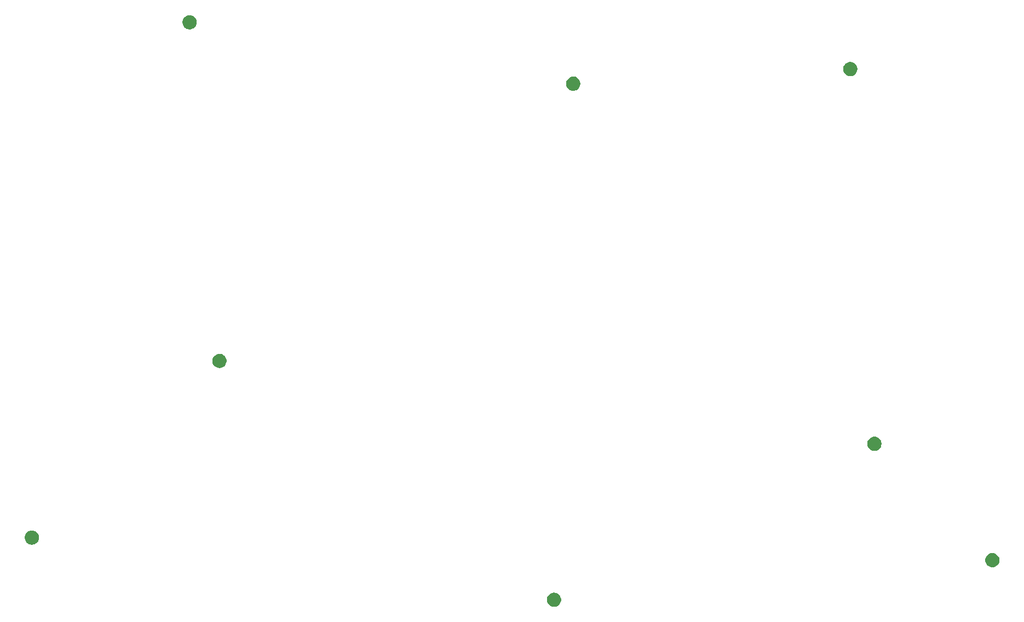
<source format=gts>
G04 #@! TF.GenerationSoftware,KiCad,Pcbnew,(5.1.5-0-10_14)*
G04 #@! TF.CreationDate,2020-05-14T05:50:10+09:00*
G04 #@! TF.ProjectId,L-key-v02-001,4c2d6b65-792d-4763-9032-2d3030312e6b,rev?*
G04 #@! TF.SameCoordinates,Original*
G04 #@! TF.FileFunction,Soldermask,Top*
G04 #@! TF.FilePolarity,Negative*
%FSLAX46Y46*%
G04 Gerber Fmt 4.6, Leading zero omitted, Abs format (unit mm)*
G04 Created by KiCad (PCBNEW (5.1.5-0-10_14)) date 2020-05-14 05:50:10*
%MOMM*%
%LPD*%
G04 APERTURE LIST*
%ADD10C,0.100000*%
G04 APERTURE END LIST*
D10*
G36*
X140264795Y-142600156D02*
G01*
X140371150Y-142621311D01*
X140571520Y-142704307D01*
X140751844Y-142824795D01*
X140905205Y-142978156D01*
X141025693Y-143158480D01*
X141108689Y-143358851D01*
X141151000Y-143571560D01*
X141151000Y-143788440D01*
X141108689Y-144001149D01*
X141025693Y-144201520D01*
X140905205Y-144381844D01*
X140751844Y-144535205D01*
X140571520Y-144655693D01*
X140471334Y-144697191D01*
X140371150Y-144738689D01*
X140264794Y-144759845D01*
X140158440Y-144781000D01*
X139941560Y-144781000D01*
X139835206Y-144759845D01*
X139728850Y-144738689D01*
X139628666Y-144697191D01*
X139528480Y-144655693D01*
X139348156Y-144535205D01*
X139194795Y-144381844D01*
X139074307Y-144201520D01*
X138991311Y-144001149D01*
X138949000Y-143788440D01*
X138949000Y-143571560D01*
X138991311Y-143358851D01*
X139074307Y-143158480D01*
X139194795Y-142978156D01*
X139348156Y-142824795D01*
X139528480Y-142704307D01*
X139728850Y-142621311D01*
X139835205Y-142600156D01*
X139941560Y-142579000D01*
X140158440Y-142579000D01*
X140264795Y-142600156D01*
G37*
G36*
X208024795Y-136470156D02*
G01*
X208131150Y-136491311D01*
X208231334Y-136532809D01*
X208331520Y-136574307D01*
X208511844Y-136694795D01*
X208665205Y-136848156D01*
X208785693Y-137028480D01*
X208868689Y-137228851D01*
X208911000Y-137441560D01*
X208911000Y-137658440D01*
X208868689Y-137871149D01*
X208785693Y-138071520D01*
X208665205Y-138251844D01*
X208511844Y-138405205D01*
X208331520Y-138525693D01*
X208231334Y-138567191D01*
X208131150Y-138608689D01*
X208024794Y-138629845D01*
X207918440Y-138651000D01*
X207701560Y-138651000D01*
X207595206Y-138629845D01*
X207488850Y-138608689D01*
X207288480Y-138525693D01*
X207108156Y-138405205D01*
X206954795Y-138251844D01*
X206834307Y-138071520D01*
X206751311Y-137871149D01*
X206709000Y-137658440D01*
X206709000Y-137441560D01*
X206751311Y-137228851D01*
X206834307Y-137028480D01*
X206954795Y-136848156D01*
X207108156Y-136694795D01*
X207288480Y-136574307D01*
X207388666Y-136532809D01*
X207488850Y-136491311D01*
X207595205Y-136470156D01*
X207701560Y-136449000D01*
X207918440Y-136449000D01*
X208024795Y-136470156D01*
G37*
G36*
X59514794Y-132970155D02*
G01*
X59621150Y-132991311D01*
X59721334Y-133032809D01*
X59821520Y-133074307D01*
X60001844Y-133194795D01*
X60155205Y-133348156D01*
X60275693Y-133528480D01*
X60358689Y-133728851D01*
X60401000Y-133941560D01*
X60401000Y-134158440D01*
X60358689Y-134371149D01*
X60275693Y-134571520D01*
X60155205Y-134751844D01*
X60001844Y-134905205D01*
X59821520Y-135025693D01*
X59721334Y-135067191D01*
X59621150Y-135108689D01*
X59514794Y-135129845D01*
X59408440Y-135151000D01*
X59191560Y-135151000D01*
X59085206Y-135129845D01*
X58978850Y-135108689D01*
X58878666Y-135067191D01*
X58778480Y-135025693D01*
X58598156Y-134905205D01*
X58444795Y-134751844D01*
X58324307Y-134571520D01*
X58241311Y-134371149D01*
X58199000Y-134158440D01*
X58199000Y-133941560D01*
X58241311Y-133728851D01*
X58324307Y-133528480D01*
X58444795Y-133348156D01*
X58598156Y-133194795D01*
X58778480Y-133074307D01*
X58878666Y-133032809D01*
X58978850Y-132991311D01*
X59085206Y-132970155D01*
X59191560Y-132949000D01*
X59408440Y-132949000D01*
X59514794Y-132970155D01*
G37*
G36*
X189804794Y-118460155D02*
G01*
X189911150Y-118481311D01*
X190111520Y-118564307D01*
X190291844Y-118684795D01*
X190445205Y-118838156D01*
X190565693Y-119018480D01*
X190648689Y-119218851D01*
X190691000Y-119431560D01*
X190691000Y-119648440D01*
X190648689Y-119861149D01*
X190565693Y-120061520D01*
X190445205Y-120241844D01*
X190291844Y-120395205D01*
X190111520Y-120515693D01*
X190011334Y-120557191D01*
X189911150Y-120598689D01*
X189804795Y-120619844D01*
X189698440Y-120641000D01*
X189481560Y-120641000D01*
X189375205Y-120619844D01*
X189268850Y-120598689D01*
X189168666Y-120557191D01*
X189068480Y-120515693D01*
X188888156Y-120395205D01*
X188734795Y-120241844D01*
X188614307Y-120061520D01*
X188531311Y-119861149D01*
X188489000Y-119648440D01*
X188489000Y-119431560D01*
X188531311Y-119218851D01*
X188614307Y-119018480D01*
X188734795Y-118838156D01*
X188888156Y-118684795D01*
X189068480Y-118564307D01*
X189268850Y-118481311D01*
X189375206Y-118460155D01*
X189481560Y-118439000D01*
X189698440Y-118439000D01*
X189804794Y-118460155D01*
G37*
G36*
X88534794Y-105630155D02*
G01*
X88641150Y-105651311D01*
X88841520Y-105734307D01*
X89021844Y-105854795D01*
X89175205Y-106008156D01*
X89295693Y-106188480D01*
X89378689Y-106388851D01*
X89421000Y-106601560D01*
X89421000Y-106818440D01*
X89378689Y-107031149D01*
X89295693Y-107231520D01*
X89175205Y-107411844D01*
X89021844Y-107565205D01*
X88841520Y-107685693D01*
X88641150Y-107768689D01*
X88534795Y-107789844D01*
X88428440Y-107811000D01*
X88211560Y-107811000D01*
X88105205Y-107789844D01*
X87998850Y-107768689D01*
X87798480Y-107685693D01*
X87618156Y-107565205D01*
X87464795Y-107411844D01*
X87344307Y-107231520D01*
X87261311Y-107031149D01*
X87219000Y-106818440D01*
X87219000Y-106601560D01*
X87261311Y-106388851D01*
X87344307Y-106188480D01*
X87464795Y-106008156D01*
X87618156Y-105854795D01*
X87798480Y-105734307D01*
X87898666Y-105692809D01*
X87998850Y-105651311D01*
X88105206Y-105630155D01*
X88211560Y-105609000D01*
X88428440Y-105609000D01*
X88534794Y-105630155D01*
G37*
G36*
X143224795Y-62730156D02*
G01*
X143331150Y-62751311D01*
X143531520Y-62834307D01*
X143711844Y-62954795D01*
X143865205Y-63108156D01*
X143985693Y-63288480D01*
X144068689Y-63488851D01*
X144111000Y-63701560D01*
X144111000Y-63918440D01*
X144068689Y-64131149D01*
X143985693Y-64331520D01*
X143865205Y-64511844D01*
X143711844Y-64665205D01*
X143531520Y-64785693D01*
X143331150Y-64868689D01*
X143224794Y-64889845D01*
X143118440Y-64911000D01*
X142901560Y-64911000D01*
X142795206Y-64889845D01*
X142688850Y-64868689D01*
X142488480Y-64785693D01*
X142308156Y-64665205D01*
X142154795Y-64511844D01*
X142034307Y-64331520D01*
X141951311Y-64131149D01*
X141909000Y-63918440D01*
X141909000Y-63701560D01*
X141951311Y-63488851D01*
X142034307Y-63288480D01*
X142154795Y-63108156D01*
X142308156Y-62954795D01*
X142488480Y-62834307D01*
X142588666Y-62792809D01*
X142688850Y-62751311D01*
X142795205Y-62730156D01*
X142901560Y-62709000D01*
X143118440Y-62709000D01*
X143224795Y-62730156D01*
G37*
G36*
X186054795Y-60450156D02*
G01*
X186161150Y-60471311D01*
X186261334Y-60512809D01*
X186361520Y-60554307D01*
X186541844Y-60674795D01*
X186695205Y-60828156D01*
X186815693Y-61008480D01*
X186898689Y-61208851D01*
X186941000Y-61421560D01*
X186941000Y-61638440D01*
X186898689Y-61851149D01*
X186815693Y-62051520D01*
X186695205Y-62231844D01*
X186541844Y-62385205D01*
X186361520Y-62505693D01*
X186161150Y-62588689D01*
X186054794Y-62609845D01*
X185948440Y-62631000D01*
X185731560Y-62631000D01*
X185625206Y-62609845D01*
X185518850Y-62588689D01*
X185318480Y-62505693D01*
X185138156Y-62385205D01*
X184984795Y-62231844D01*
X184864307Y-62051520D01*
X184781311Y-61851149D01*
X184739000Y-61638440D01*
X184739000Y-61421560D01*
X184781311Y-61208851D01*
X184864307Y-61008480D01*
X184984795Y-60828156D01*
X185138156Y-60674795D01*
X185318480Y-60554307D01*
X185418666Y-60512809D01*
X185518850Y-60471311D01*
X185625205Y-60450156D01*
X185731560Y-60429000D01*
X185948440Y-60429000D01*
X186054795Y-60450156D01*
G37*
G36*
X83914795Y-53220156D02*
G01*
X84021150Y-53241311D01*
X84121334Y-53282809D01*
X84221520Y-53324307D01*
X84401844Y-53444795D01*
X84555205Y-53598156D01*
X84675693Y-53778480D01*
X84758689Y-53978851D01*
X84801000Y-54191560D01*
X84801000Y-54408440D01*
X84758689Y-54621149D01*
X84675693Y-54821520D01*
X84555205Y-55001844D01*
X84401844Y-55155205D01*
X84221520Y-55275693D01*
X84021150Y-55358689D01*
X83914795Y-55379844D01*
X83808440Y-55401000D01*
X83591560Y-55401000D01*
X83485205Y-55379844D01*
X83378850Y-55358689D01*
X83278666Y-55317191D01*
X83178480Y-55275693D01*
X82998156Y-55155205D01*
X82844795Y-55001844D01*
X82724307Y-54821520D01*
X82641311Y-54621149D01*
X82599000Y-54408440D01*
X82599000Y-54191560D01*
X82641311Y-53978851D01*
X82724307Y-53778480D01*
X82844795Y-53598156D01*
X82998156Y-53444795D01*
X83178480Y-53324307D01*
X83278666Y-53282809D01*
X83378850Y-53241311D01*
X83485205Y-53220156D01*
X83591560Y-53199000D01*
X83808440Y-53199000D01*
X83914795Y-53220156D01*
G37*
M02*

</source>
